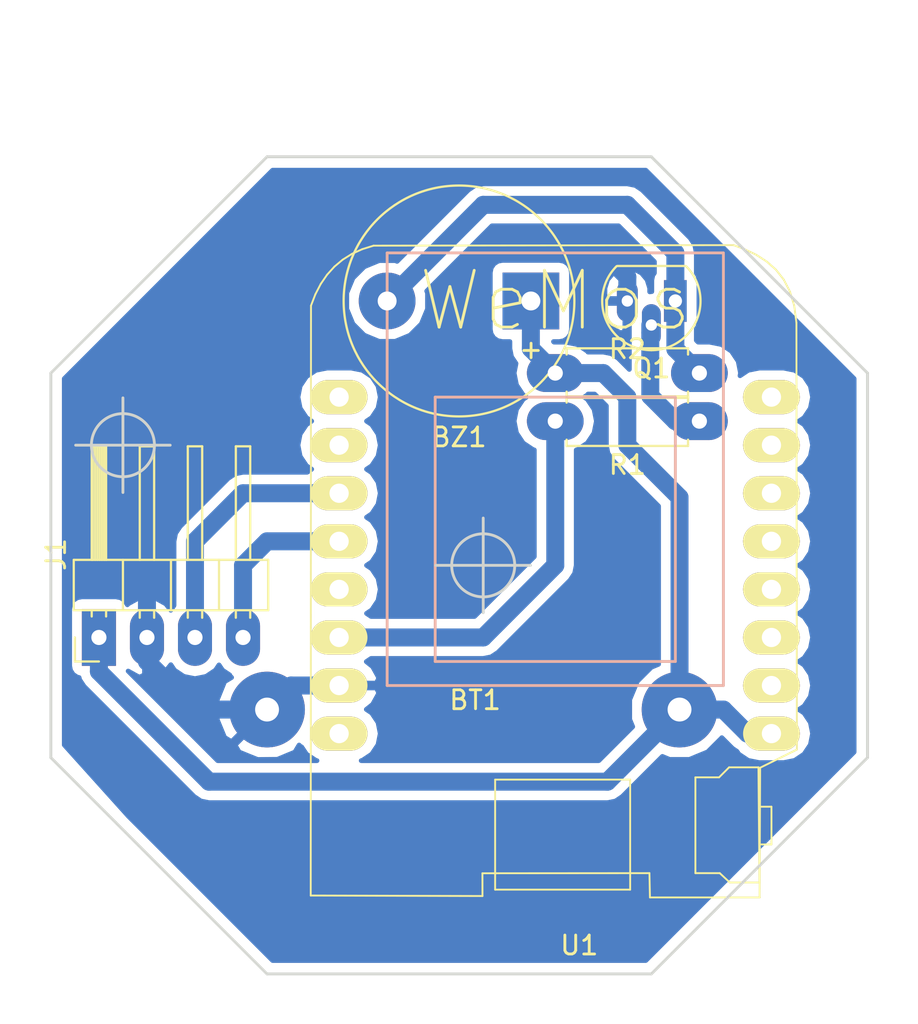
<source format=kicad_pcb>
(kicad_pcb (version 4) (host pcbnew 4.0.7+dfsg1-1ubuntu2)

  (general
    (links 13)
    (no_connects 0)
    (area 159.919999 27.78 208.380001 81.380001)
    (thickness 1.6)
    (drawings 18)
    (tracks 54)
    (zones 0)
    (modules 7)
    (nets 19)
  )

  (page A4)
  (title_block
    (title "Mainboard Coheteria")
    (date 2019-10-20)
    (rev 1)
    (company CdR)
  )

  (layers
    (0 F.Cu signal)
    (31 B.Cu signal)
    (32 B.Adhes user)
    (33 F.Adhes user)
    (34 B.Paste user)
    (35 F.Paste user)
    (36 B.SilkS user)
    (37 F.SilkS user)
    (38 B.Mask user)
    (39 F.Mask user)
    (40 Dwgs.User user)
    (41 Cmts.User user)
    (42 Eco1.User user)
    (43 Eco2.User user)
    (44 Edge.Cuts user)
    (45 Margin user)
    (46 B.CrtYd user)
    (47 F.CrtYd user)
    (48 B.Fab user)
    (49 F.Fab user)
  )

  (setup
    (last_trace_width 0.95)
    (trace_clearance 0.25)
    (zone_clearance 0.508)
    (zone_45_only no)
    (trace_min 0.2)
    (segment_width 0.2)
    (edge_width 0.15)
    (via_size 0.6)
    (via_drill 0.4)
    (via_min_size 0.4)
    (via_min_drill 0.3)
    (uvia_size 0.3)
    (uvia_drill 0.1)
    (uvias_allowed no)
    (uvia_min_size 0.2)
    (uvia_min_drill 0.1)
    (pcb_text_width 0.3)
    (pcb_text_size 1.5 1.5)
    (mod_edge_width 0.15)
    (mod_text_size 1 1)
    (mod_text_width 0.15)
    (pad_size 3 2)
    (pad_drill 0.8)
    (pad_to_mask_clearance 0.2)
    (aux_axis_origin 0 0)
    (visible_elements FFFFFF7F)
    (pcbplotparams
      (layerselection 0x00030_80000001)
      (usegerberextensions false)
      (excludeedgelayer true)
      (linewidth 0.100000)
      (plotframeref false)
      (viasonmask false)
      (mode 1)
      (useauxorigin false)
      (hpglpennumber 1)
      (hpglpenspeed 20)
      (hpglpendiameter 15)
      (hpglpenoverlay 2)
      (psnegative false)
      (psa4output false)
      (plotreference true)
      (plotvalue true)
      (plotinvisibletext false)
      (padsonsilk false)
      (subtractmaskfromsilk false)
      (outputformat 1)
      (mirror false)
      (drillshape 1)
      (scaleselection 1)
      (outputdirectory ./PCB_print))
  )

  (net 0 "")
  (net 1 3v3)
  (net 2 GND)
  (net 3 "Net-(BZ1-Pad2)")
  (net 4 SCL)
  (net 5 SDA)
  (net 6 "Net-(Q1-Pad2)")
  (net 7 Buzzer)
  (net 8 "Net-(U1-Pad8)")
  (net 9 "Net-(U1-Pad7)")
  (net 10 "Net-(U1-Pad4)")
  (net 11 "Net-(U1-Pad1)")
  (net 12 "Net-(U1-Pad15)")
  (net 13 "Net-(U1-Pad14)")
  (net 14 "Net-(U1-Pad13)")
  (net 15 "Net-(U1-Pad12)")
  (net 16 "Net-(U1-Pad11)")
  (net 17 "Net-(U1-Pad10)")
  (net 18 "Net-(U1-Pad9)")

  (net_class Default "Esta es la clase de red por defecto."
    (clearance 0.25)
    (trace_width 0.95)
    (via_dia 0.6)
    (via_drill 0.4)
    (uvia_dia 0.3)
    (uvia_drill 0.1)
    (add_net 3v3)
    (add_net Buzzer)
    (add_net GND)
    (add_net "Net-(BZ1-Pad2)")
    (add_net "Net-(Q1-Pad2)")
    (add_net "Net-(U1-Pad1)")
    (add_net "Net-(U1-Pad10)")
    (add_net "Net-(U1-Pad11)")
    (add_net "Net-(U1-Pad12)")
    (add_net "Net-(U1-Pad13)")
    (add_net "Net-(U1-Pad14)")
    (add_net "Net-(U1-Pad15)")
    (add_net "Net-(U1-Pad4)")
    (add_net "Net-(U1-Pad7)")
    (add_net "Net-(U1-Pad8)")
    (add_net "Net-(U1-Pad9)")
    (add_net SCL)
    (add_net SDA)
  )

  (module Componentes:Holder2032 (layer F.Cu) (tedit 5DACDAEA) (tstamp 5DACD71E)
    (at 184.99 64.77 180)
    (path /5DADB579)
    (fp_text reference BT1 (at 0 0.5 180) (layer F.SilkS)
      (effects (font (size 1 1) (thickness 0.15)))
    )
    (fp_text value Battery_Cell (at 0 -0.5 180) (layer F.Fab)
      (effects (font (size 1 1) (thickness 0.15)))
    )
    (fp_circle (center 0 0) (end -7.62 0) (layer B.Mask) (width 0.15))
    (pad 1 thru_hole circle (at -10.81 0 180) (size 4 4) (drill 1.262) (layers *.Cu *.Mask)
      (net 1 3v3))
    (pad 2 thru_hole circle (at 11 0 180) (size 4 4) (drill 1.262) (layers *.Cu *.Mask)
      (net 2 GND))
  )

  (module Buzzers_Beepers:Buzzer_12x9.5RM7.6 (layer F.Cu) (tedit 5DACDAC5) (tstamp 5DACD724)
    (at 187.94 43.18 180)
    (descr "Generic Buzzer, D12mm height 9.5mm with RM7.6mm")
    (tags buzzer)
    (path /5DAD1C13)
    (fp_text reference BZ1 (at 3.8 -7.2 180) (layer F.SilkS)
      (effects (font (size 1 1) (thickness 0.15)))
    )
    (fp_text value Buzzer (at 3.8 7.4 180) (layer F.Fab)
      (effects (font (size 1 1) (thickness 0.15)))
    )
    (fp_text user + (at -0.01 -2.54 180) (layer F.Fab)
      (effects (font (size 1 1) (thickness 0.15)))
    )
    (fp_text user + (at -0.01 -2.54 180) (layer F.SilkS)
      (effects (font (size 1 1) (thickness 0.15)))
    )
    (fp_text user %R (at 3.8 -4 180) (layer F.Fab)
      (effects (font (size 1 1) (thickness 0.15)))
    )
    (fp_circle (center 3.8 0) (end 10.05 0) (layer F.CrtYd) (width 0.05))
    (fp_circle (center 3.8 0) (end 9.8 0) (layer F.Fab) (width 0.1))
    (fp_circle (center 3.8 0) (end 4.8 0) (layer F.Fab) (width 0.1))
    (fp_circle (center 3.8 0) (end 9.9 0) (layer F.SilkS) (width 0.12))
    (pad 1 thru_hole rect (at 0 0 180) (size 3 3) (drill 1) (layers *.Cu *.Mask)
      (net 1 3v3))
    (pad 2 thru_hole circle (at 7.6 0 180) (size 3 3) (drill 1) (layers *.Cu *.Mask)
      (net 3 "Net-(BZ1-Pad2)"))
    (model ${KISYS3DMOD}/Buzzers_Beepers.3dshapes/Buzzer_12x9.5RM7.6.wrl
      (at (xyz 0.15 0 0))
      (scale (xyz 4 4 4))
      (rotate (xyz 0 0 0))
    )
  )

  (module Pin_Headers:Pin_Header_Angled_1x04_Pitch2.54mm (layer F.Cu) (tedit 5DACDA20) (tstamp 5DACD72C)
    (at 165.1 60.96 90)
    (descr "Through hole angled pin header, 1x04, 2.54mm pitch, 6mm pin length, single row")
    (tags "Through hole angled pin header THT 1x04 2.54mm single row")
    (path /5DACB519)
    (fp_text reference J1 (at 4.385 -2.27 90) (layer F.SilkS)
      (effects (font (size 1 1) (thickness 0.15)))
    )
    (fp_text value Conn_01x04 (at 4.385 9.89 90) (layer F.Fab)
      (effects (font (size 1 1) (thickness 0.15)))
    )
    (fp_line (start 2.135 -1.27) (end 4.04 -1.27) (layer F.Fab) (width 0.1))
    (fp_line (start 4.04 -1.27) (end 4.04 8.89) (layer F.Fab) (width 0.1))
    (fp_line (start 4.04 8.89) (end 1.5 8.89) (layer F.Fab) (width 0.1))
    (fp_line (start 1.5 8.89) (end 1.5 -0.635) (layer F.Fab) (width 0.1))
    (fp_line (start 1.5 -0.635) (end 2.135 -1.27) (layer F.Fab) (width 0.1))
    (fp_line (start -0.32 -0.32) (end 1.5 -0.32) (layer F.Fab) (width 0.1))
    (fp_line (start -0.32 -0.32) (end -0.32 0.32) (layer F.Fab) (width 0.1))
    (fp_line (start -0.32 0.32) (end 1.5 0.32) (layer F.Fab) (width 0.1))
    (fp_line (start 4.04 -0.32) (end 10.04 -0.32) (layer F.Fab) (width 0.1))
    (fp_line (start 10.04 -0.32) (end 10.04 0.32) (layer F.Fab) (width 0.1))
    (fp_line (start 4.04 0.32) (end 10.04 0.32) (layer F.Fab) (width 0.1))
    (fp_line (start -0.32 2.22) (end 1.5 2.22) (layer F.Fab) (width 0.1))
    (fp_line (start -0.32 2.22) (end -0.32 2.86) (layer F.Fab) (width 0.1))
    (fp_line (start -0.32 2.86) (end 1.5 2.86) (layer F.Fab) (width 0.1))
    (fp_line (start 4.04 2.22) (end 10.04 2.22) (layer F.Fab) (width 0.1))
    (fp_line (start 10.04 2.22) (end 10.04 2.86) (layer F.Fab) (width 0.1))
    (fp_line (start 4.04 2.86) (end 10.04 2.86) (layer F.Fab) (width 0.1))
    (fp_line (start -0.32 4.76) (end 1.5 4.76) (layer F.Fab) (width 0.1))
    (fp_line (start -0.32 4.76) (end -0.32 5.4) (layer F.Fab) (width 0.1))
    (fp_line (start -0.32 5.4) (end 1.5 5.4) (layer F.Fab) (width 0.1))
    (fp_line (start 4.04 4.76) (end 10.04 4.76) (layer F.Fab) (width 0.1))
    (fp_line (start 10.04 4.76) (end 10.04 5.4) (layer F.Fab) (width 0.1))
    (fp_line (start 4.04 5.4) (end 10.04 5.4) (layer F.Fab) (width 0.1))
    (fp_line (start -0.32 7.3) (end 1.5 7.3) (layer F.Fab) (width 0.1))
    (fp_line (start -0.32 7.3) (end -0.32 7.94) (layer F.Fab) (width 0.1))
    (fp_line (start -0.32 7.94) (end 1.5 7.94) (layer F.Fab) (width 0.1))
    (fp_line (start 4.04 7.3) (end 10.04 7.3) (layer F.Fab) (width 0.1))
    (fp_line (start 10.04 7.3) (end 10.04 7.94) (layer F.Fab) (width 0.1))
    (fp_line (start 4.04 7.94) (end 10.04 7.94) (layer F.Fab) (width 0.1))
    (fp_line (start 1.44 -1.33) (end 1.44 8.95) (layer F.SilkS) (width 0.12))
    (fp_line (start 1.44 8.95) (end 4.1 8.95) (layer F.SilkS) (width 0.12))
    (fp_line (start 4.1 8.95) (end 4.1 -1.33) (layer F.SilkS) (width 0.12))
    (fp_line (start 4.1 -1.33) (end 1.44 -1.33) (layer F.SilkS) (width 0.12))
    (fp_line (start 4.1 -0.38) (end 10.1 -0.38) (layer F.SilkS) (width 0.12))
    (fp_line (start 10.1 -0.38) (end 10.1 0.38) (layer F.SilkS) (width 0.12))
    (fp_line (start 10.1 0.38) (end 4.1 0.38) (layer F.SilkS) (width 0.12))
    (fp_line (start 4.1 -0.32) (end 10.1 -0.32) (layer F.SilkS) (width 0.12))
    (fp_line (start 4.1 -0.2) (end 10.1 -0.2) (layer F.SilkS) (width 0.12))
    (fp_line (start 4.1 -0.08) (end 10.1 -0.08) (layer F.SilkS) (width 0.12))
    (fp_line (start 4.1 0.04) (end 10.1 0.04) (layer F.SilkS) (width 0.12))
    (fp_line (start 4.1 0.16) (end 10.1 0.16) (layer F.SilkS) (width 0.12))
    (fp_line (start 4.1 0.28) (end 10.1 0.28) (layer F.SilkS) (width 0.12))
    (fp_line (start 1.11 -0.38) (end 1.44 -0.38) (layer F.SilkS) (width 0.12))
    (fp_line (start 1.11 0.38) (end 1.44 0.38) (layer F.SilkS) (width 0.12))
    (fp_line (start 1.44 1.27) (end 4.1 1.27) (layer F.SilkS) (width 0.12))
    (fp_line (start 4.1 2.16) (end 10.1 2.16) (layer F.SilkS) (width 0.12))
    (fp_line (start 10.1 2.16) (end 10.1 2.92) (layer F.SilkS) (width 0.12))
    (fp_line (start 10.1 2.92) (end 4.1 2.92) (layer F.SilkS) (width 0.12))
    (fp_line (start 1.042929 2.16) (end 1.44 2.16) (layer F.SilkS) (width 0.12))
    (fp_line (start 1.042929 2.92) (end 1.44 2.92) (layer F.SilkS) (width 0.12))
    (fp_line (start 1.44 3.81) (end 4.1 3.81) (layer F.SilkS) (width 0.12))
    (fp_line (start 4.1 4.7) (end 10.1 4.7) (layer F.SilkS) (width 0.12))
    (fp_line (start 10.1 4.7) (end 10.1 5.46) (layer F.SilkS) (width 0.12))
    (fp_line (start 10.1 5.46) (end 4.1 5.46) (layer F.SilkS) (width 0.12))
    (fp_line (start 1.042929 4.7) (end 1.44 4.7) (layer F.SilkS) (width 0.12))
    (fp_line (start 1.042929 5.46) (end 1.44 5.46) (layer F.SilkS) (width 0.12))
    (fp_line (start 1.44 6.35) (end 4.1 6.35) (layer F.SilkS) (width 0.12))
    (fp_line (start 4.1 7.24) (end 10.1 7.24) (layer F.SilkS) (width 0.12))
    (fp_line (start 10.1 7.24) (end 10.1 8) (layer F.SilkS) (width 0.12))
    (fp_line (start 10.1 8) (end 4.1 8) (layer F.SilkS) (width 0.12))
    (fp_line (start 1.042929 7.24) (end 1.44 7.24) (layer F.SilkS) (width 0.12))
    (fp_line (start 1.042929 8) (end 1.44 8) (layer F.SilkS) (width 0.12))
    (fp_line (start -1.27 0) (end -1.27 -1.27) (layer F.SilkS) (width 0.12))
    (fp_line (start -1.27 -1.27) (end 0 -1.27) (layer F.SilkS) (width 0.12))
    (fp_line (start -1.8 -1.8) (end -1.8 9.4) (layer F.CrtYd) (width 0.05))
    (fp_line (start -1.8 9.4) (end 10.55 9.4) (layer F.CrtYd) (width 0.05))
    (fp_line (start 10.55 9.4) (end 10.55 -1.8) (layer F.CrtYd) (width 0.05))
    (fp_line (start 10.55 -1.8) (end -1.8 -1.8) (layer F.CrtYd) (width 0.05))
    (fp_text user %R (at 2.77 3.81 180) (layer F.Fab)
      (effects (font (size 1 1) (thickness 0.15)))
    )
    (pad 1 thru_hole rect (at 0 0 90) (size 3 1.8) (drill 0.8) (layers *.Cu *.Mask)
      (net 1 3v3))
    (pad 2 thru_hole oval (at 0 2.54 90) (size 3 1.8) (drill 0.8) (layers *.Cu *.Mask)
      (net 2 GND))
    (pad 3 thru_hole oval (at 0 5.08 90) (size 3 1.8) (drill 0.8) (layers *.Cu *.Mask)
      (net 4 SCL))
    (pad 4 thru_hole oval (at 0 7.62 90) (size 3 1.8) (drill 0.8) (layers *.Cu *.Mask)
      (net 5 SDA))
    (model ${KISYS3DMOD}/Pin_Headers.3dshapes/Pin_Header_Angled_1x04_Pitch2.54mm.wrl
      (at (xyz 0 0 0))
      (scale (xyz 1 1 1))
      (rotate (xyz 0 0 0))
    )
  )

  (module TO_SOT_Packages_THT:TO-92_Molded_Narrow (layer F.Cu) (tedit 5DACDAA9) (tstamp 5DACD733)
    (at 195.58 43.18 180)
    (descr "TO-92 leads molded, narrow, drill 0.6mm (see NXP sot054_po.pdf)")
    (tags "to-92 sc-43 sc-43a sot54 PA33 transistor")
    (path /5DACFE2E)
    (fp_text reference Q1 (at 1.27 -3.56 180) (layer F.SilkS)
      (effects (font (size 1 1) (thickness 0.15)))
    )
    (fp_text value BC548 (at 1.27 2.79 180) (layer F.Fab)
      (effects (font (size 1 1) (thickness 0.15)))
    )
    (fp_text user %R (at 1.27 -3.56 180) (layer F.Fab)
      (effects (font (size 1 1) (thickness 0.15)))
    )
    (fp_line (start -0.53 1.85) (end 3.07 1.85) (layer F.SilkS) (width 0.12))
    (fp_line (start -0.5 1.75) (end 3 1.75) (layer F.Fab) (width 0.1))
    (fp_line (start -1.46 -2.73) (end 4 -2.73) (layer F.CrtYd) (width 0.05))
    (fp_line (start -1.46 -2.73) (end -1.46 2.01) (layer F.CrtYd) (width 0.05))
    (fp_line (start 4 2.01) (end 4 -2.73) (layer F.CrtYd) (width 0.05))
    (fp_line (start 4 2.01) (end -1.46 2.01) (layer F.CrtYd) (width 0.05))
    (fp_arc (start 1.27 0) (end 1.27 -2.48) (angle 135) (layer F.Fab) (width 0.1))
    (fp_arc (start 1.27 0) (end 1.27 -2.6) (angle -135) (layer F.SilkS) (width 0.12))
    (fp_arc (start 1.27 0) (end 1.27 -2.48) (angle -135) (layer F.Fab) (width 0.1))
    (fp_arc (start 1.27 0) (end 1.27 -2.6) (angle 135) (layer F.SilkS) (width 0.12))
    (pad 2 thru_hole oval (at 1.27 -1.27 270) (size 2.2 1) (drill 0.6) (layers *.Cu *.Mask)
      (net 6 "Net-(Q1-Pad2)"))
    (pad 3 thru_hole oval (at 2.54 0 270) (size 2.2 1.1) (drill 0.6) (layers *.Cu *.Mask)
      (net 2 GND))
    (pad 1 thru_hole rect (at 0 0 270) (size 2.2 1.2) (drill 0.7) (layers *.Cu *.Mask)
      (net 3 "Net-(BZ1-Pad2)"))
    (model ${KISYS3DMOD}/TO_SOT_Packages_THT.3dshapes/TO-92_Molded_Narrow.wrl
      (at (xyz 0.05 0 0))
      (scale (xyz 1 1 1))
      (rotate (xyz 0 0 -90))
    )
  )

  (module Resistors_THT:R_Axial_DIN0207_L6.3mm_D2.5mm_P7.62mm_Horizontal (layer F.Cu) (tedit 5DACDF63) (tstamp 5DACD739)
    (at 196.85 49.53 180)
    (descr "Resistor, Axial_DIN0207 series, Axial, Horizontal, pin pitch=7.62mm, 0.25W = 1/4W, length*diameter=6.3*2.5mm^2, http://cdn-reichelt.de/documents/datenblatt/B400/1_4W%23YAG.pdf")
    (tags "Resistor Axial_DIN0207 series Axial Horizontal pin pitch 7.62mm 0.25W = 1/4W length 6.3mm diameter 2.5mm")
    (path /5DAD005C)
    (fp_text reference R1 (at 3.81 -2.31 180) (layer F.SilkS)
      (effects (font (size 1 1) (thickness 0.15)))
    )
    (fp_text value 10k (at 3.81 2.31 180) (layer F.Fab)
      (effects (font (size 1 1) (thickness 0.15)))
    )
    (fp_line (start 0.66 -1.25) (end 0.66 1.25) (layer F.Fab) (width 0.1))
    (fp_line (start 0.66 1.25) (end 6.96 1.25) (layer F.Fab) (width 0.1))
    (fp_line (start 6.96 1.25) (end 6.96 -1.25) (layer F.Fab) (width 0.1))
    (fp_line (start 6.96 -1.25) (end 0.66 -1.25) (layer F.Fab) (width 0.1))
    (fp_line (start 0 0) (end 0.66 0) (layer F.Fab) (width 0.1))
    (fp_line (start 7.62 0) (end 6.96 0) (layer F.Fab) (width 0.1))
    (fp_line (start 0.6 -0.98) (end 0.6 -1.31) (layer F.SilkS) (width 0.12))
    (fp_line (start 0.6 -1.31) (end 7.02 -1.31) (layer F.SilkS) (width 0.12))
    (fp_line (start 7.02 -1.31) (end 7.02 -0.98) (layer F.SilkS) (width 0.12))
    (fp_line (start 0.6 0.98) (end 0.6 1.31) (layer F.SilkS) (width 0.12))
    (fp_line (start 0.6 1.31) (end 7.02 1.31) (layer F.SilkS) (width 0.12))
    (fp_line (start 7.02 1.31) (end 7.02 0.98) (layer F.SilkS) (width 0.12))
    (fp_line (start -1.05 -1.6) (end -1.05 1.6) (layer F.CrtYd) (width 0.05))
    (fp_line (start -1.05 1.6) (end 8.7 1.6) (layer F.CrtYd) (width 0.05))
    (fp_line (start 8.7 1.6) (end 8.7 -1.6) (layer F.CrtYd) (width 0.05))
    (fp_line (start 8.7 -1.6) (end -1.05 -1.6) (layer F.CrtYd) (width 0.05))
    (pad 1 thru_hole oval (at 0 0 180) (size 3 2) (drill 0.8) (layers *.Cu *.Mask)
      (net 6 "Net-(Q1-Pad2)"))
    (pad 2 thru_hole oval (at 7.62 0 180) (size 3 2) (drill 0.8) (layers *.Cu *.Mask)
      (net 7 Buzzer))
    (model ${KISYS3DMOD}/Resistors_THT.3dshapes/R_Axial_DIN0207_L6.3mm_D2.5mm_P7.62mm_Horizontal.wrl
      (at (xyz 0 0 0))
      (scale (xyz 0.393701 0.393701 0.393701))
      (rotate (xyz 0 0 0))
    )
  )

  (module Resistors_THT:R_Axial_DIN0207_L6.3mm_D2.5mm_P7.62mm_Horizontal (layer F.Cu) (tedit 5DACDF54) (tstamp 5DACD73F)
    (at 189.23 46.99)
    (descr "Resistor, Axial_DIN0207 series, Axial, Horizontal, pin pitch=7.62mm, 0.25W = 1/4W, length*diameter=6.3*2.5mm^2, http://cdn-reichelt.de/documents/datenblatt/B400/1_4W%23YAG.pdf")
    (tags "Resistor Axial_DIN0207 series Axial Horizontal pin pitch 7.62mm 0.25W = 1/4W length 6.3mm diameter 2.5mm")
    (path /5DAD510F)
    (fp_text reference R2 (at 3.81 -1.27) (layer F.SilkS)
      (effects (font (size 1 1) (thickness 0.15)))
    )
    (fp_text value 10k (at 3.81 2.31) (layer F.Fab)
      (effects (font (size 1 1) (thickness 0.15)))
    )
    (fp_line (start 0.66 -1.25) (end 0.66 1.25) (layer F.Fab) (width 0.1))
    (fp_line (start 0.66 1.25) (end 6.96 1.25) (layer F.Fab) (width 0.1))
    (fp_line (start 6.96 1.25) (end 6.96 -1.25) (layer F.Fab) (width 0.1))
    (fp_line (start 6.96 -1.25) (end 0.66 -1.25) (layer F.Fab) (width 0.1))
    (fp_line (start 0 0) (end 0.66 0) (layer F.Fab) (width 0.1))
    (fp_line (start 7.62 0) (end 6.96 0) (layer F.Fab) (width 0.1))
    (fp_line (start 0.6 -0.98) (end 0.6 -1.31) (layer F.SilkS) (width 0.12))
    (fp_line (start 0.6 -1.31) (end 7.02 -1.31) (layer F.SilkS) (width 0.12))
    (fp_line (start 7.02 -1.31) (end 7.02 -0.98) (layer F.SilkS) (width 0.12))
    (fp_line (start 0.6 0.98) (end 0.6 1.31) (layer F.SilkS) (width 0.12))
    (fp_line (start 0.6 1.31) (end 7.02 1.31) (layer F.SilkS) (width 0.12))
    (fp_line (start 7.02 1.31) (end 7.02 0.98) (layer F.SilkS) (width 0.12))
    (fp_line (start -1.05 -1.6) (end -1.05 1.6) (layer F.CrtYd) (width 0.05))
    (fp_line (start -1.05 1.6) (end 8.7 1.6) (layer F.CrtYd) (width 0.05))
    (fp_line (start 8.7 1.6) (end 8.7 -1.6) (layer F.CrtYd) (width 0.05))
    (fp_line (start 8.7 -1.6) (end -1.05 -1.6) (layer F.CrtYd) (width 0.05))
    (pad 1 thru_hole oval (at 0 0) (size 3 2) (drill 0.8) (layers *.Cu *.Mask)
      (net 1 3v3))
    (pad 2 thru_hole oval (at 7.62 0) (size 3 2) (drill 0.8) (layers *.Cu *.Mask)
      (net 3 "Net-(BZ1-Pad2)"))
    (model ${KISYS3DMOD}/Resistors_THT.3dshapes/R_Axial_DIN0207_L6.3mm_D2.5mm_P7.62mm_Horizontal.wrl
      (at (xyz 0 0 0))
      (scale (xyz 0.393701 0.393701 0.393701))
      (rotate (xyz 0 0 0))
    )
  )

  (module wemos_d1_mini:D1_mini_board (layer F.Cu) (tedit 5DACDF1A) (tstamp 5DACD753)
    (at 189.23 58.42)
    (path /5DACB3F6)
    (fp_text reference U1 (at 1.27 18.81) (layer F.SilkS)
      (effects (font (size 1 1) (thickness 0.15)))
    )
    (fp_text value WeMos_mini (at -1.27 -15.24) (layer F.Fab)
      (effects (font (size 1 1) (thickness 0.15)))
    )
    (fp_text user WeMos (at 0 -15.24) (layer F.SilkS)
      (effects (font (size 3 3) (thickness 0.15)))
    )
    (fp_line (start -6.35 3.81) (end -6.35 -10.16) (layer B.SilkS) (width 0.15))
    (fp_line (start -6.35 -10.16) (end 6.35 -10.16) (layer B.SilkS) (width 0.15))
    (fp_line (start 6.35 -10.16) (end 6.35 3.81) (layer B.SilkS) (width 0.15))
    (fp_line (start 6.35 3.81) (end -6.35 3.81) (layer B.SilkS) (width 0.15))
    (fp_line (start -8.89 5.08) (end 8.89 5.08) (layer B.SilkS) (width 0.15))
    (fp_line (start 8.89 5.08) (end 8.89 -17.78) (layer B.SilkS) (width 0.15))
    (fp_line (start 8.89 -17.78) (end -8.89 -17.78) (layer B.SilkS) (width 0.15))
    (fp_line (start -8.89 -17.78) (end -8.89 5.08) (layer B.SilkS) (width 0.15))
    (fp_line (start 10.817472 16.277228) (end 5.00618 16.277228) (layer F.SilkS) (width 0.1))
    (fp_line (start 5.00618 16.277228) (end 4.979849 14.993795) (layer F.SilkS) (width 0.1))
    (fp_line (start 4.979849 14.993795) (end -3.851373 15.000483) (layer F.SilkS) (width 0.1))
    (fp_line (start -3.851373 15.000483) (end -3.849397 16.202736) (layer F.SilkS) (width 0.1))
    (fp_line (start -3.849397 16.202736) (end -12.930193 16.176658) (layer F.SilkS) (width 0.1))
    (fp_line (start -12.930193 16.176658) (end -12.916195 -14.993493) (layer F.SilkS) (width 0.1))
    (fp_line (start -12.916195 -14.993493) (end -12.683384 -15.596286) (layer F.SilkS) (width 0.1))
    (fp_line (start -12.683384 -15.596286) (end -12.399901 -16.141167) (layer F.SilkS) (width 0.1))
    (fp_line (start -12.399901 -16.141167) (end -12.065253 -16.627577) (layer F.SilkS) (width 0.1))
    (fp_line (start -12.065253 -16.627577) (end -11.678953 -17.054952) (layer F.SilkS) (width 0.1))
    (fp_line (start -11.678953 -17.054952) (end -11.240512 -17.422741) (layer F.SilkS) (width 0.1))
    (fp_line (start -11.240512 -17.422741) (end -10.74944 -17.730377) (layer F.SilkS) (width 0.1))
    (fp_line (start -10.74944 -17.730377) (end -10.20525 -17.97731) (layer F.SilkS) (width 0.1))
    (fp_line (start -10.20525 -17.97731) (end -9.607453 -18.162976) (layer F.SilkS) (width 0.1))
    (fp_line (start -9.607453 -18.162976) (end 9.43046 -18.191734) (layer F.SilkS) (width 0.1))
    (fp_line (start 9.43046 -18.191734) (end 10.049824 -17.957741) (layer F.SilkS) (width 0.1))
    (fp_line (start 10.049824 -17.957741) (end 10.638018 -17.673258) (layer F.SilkS) (width 0.1))
    (fp_line (start 10.638018 -17.673258) (end 11.181445 -17.323743) (layer F.SilkS) (width 0.1))
    (fp_line (start 11.181445 -17.323743) (end 11.666503 -16.894658) (layer F.SilkS) (width 0.1))
    (fp_line (start 11.666503 -16.894658) (end 12.079595 -16.37146) (layer F.SilkS) (width 0.1))
    (fp_line (start 12.079595 -16.37146) (end 12.407122 -15.739613) (layer F.SilkS) (width 0.1))
    (fp_line (start 12.407122 -15.739613) (end 12.635482 -14.984575) (layer F.SilkS) (width 0.1))
    (fp_line (start 12.635482 -14.984575) (end 12.751078 -14.091807) (layer F.SilkS) (width 0.1))
    (fp_line (start 12.751078 -14.091807) (end 12.776026 8.463285) (layer F.SilkS) (width 0.1))
    (fp_line (start 12.776026 8.463285) (end 10.83248 9.424181) (layer F.SilkS) (width 0.1))
    (fp_line (start 10.83248 9.424181) (end 10.802686 16.232524) (layer F.SilkS) (width 0.1))
    (fp_line (start -3.17965 10.051451) (end 3.959931 10.051451) (layer F.SilkS) (width 0.1))
    (fp_line (start 3.959931 10.051451) (end 3.959931 15.865188) (layer F.SilkS) (width 0.1))
    (fp_line (start 3.959931 15.865188) (end -3.17965 15.865188) (layer F.SilkS) (width 0.1))
    (fp_line (start -3.17965 15.865188) (end -3.17965 10.051451) (layer F.SilkS) (width 0.1))
    (fp_line (start 10.7436 9.402349) (end 9.191378 9.402349) (layer F.SilkS) (width 0.1))
    (fp_line (start 9.191378 9.402349) (end 8.662211 9.931515) (layer F.SilkS) (width 0.1))
    (fp_line (start 8.662211 9.931515) (end 7.40985 9.931515) (layer F.SilkS) (width 0.1))
    (fp_line (start 7.40985 9.931515) (end 7.40985 14.993876) (layer F.SilkS) (width 0.1))
    (fp_line (start 7.40985 14.993876) (end 8.697489 14.993876) (layer F.SilkS) (width 0.1))
    (fp_line (start 8.697489 14.993876) (end 9.226656 15.487765) (layer F.SilkS) (width 0.1))
    (fp_line (start 9.226656 15.487765) (end 10.796517 15.487765) (layer F.SilkS) (width 0.1))
    (fp_line (start 10.796517 15.487765) (end 10.7436 9.402349) (layer F.SilkS) (width 0.1))
    (fp_line (start 10.778878 11.483738) (end 11.431517 11.483738) (layer F.SilkS) (width 0.1))
    (fp_line (start 11.431517 11.483738) (end 11.431517 13.476932) (layer F.SilkS) (width 0.1))
    (fp_line (start 11.431517 13.476932) (end 10.814156 13.476932) (layer F.SilkS) (width 0.1))
    (pad 8 thru_hole oval (at -11.43 -10.16) (size 3 1.8) (drill 1.016) (layers *.Cu *.Mask F.SilkS)
      (net 8 "Net-(U1-Pad8)"))
    (pad 7 thru_hole oval (at -11.43 -7.62) (size 3 1.8) (drill 1.016) (layers *.Cu *.Mask F.SilkS)
      (net 9 "Net-(U1-Pad7)"))
    (pad 6 thru_hole oval (at -11.43 -5.08) (size 3 1.8) (drill 1.016) (layers *.Cu *.Mask F.SilkS)
      (net 4 SCL))
    (pad 5 thru_hole oval (at -11.43 -2.54) (size 3 1.8) (drill 1.016) (layers *.Cu *.Mask F.SilkS)
      (net 5 SDA))
    (pad 4 thru_hole oval (at -11.43 0) (size 3 1.8) (drill 1.016) (layers *.Cu *.Mask F.SilkS)
      (net 10 "Net-(U1-Pad4)"))
    (pad 3 thru_hole oval (at -11.43 2.54) (size 3 1.8) (drill 1.016) (layers *.Cu *.Mask F.SilkS)
      (net 7 Buzzer))
    (pad 2 thru_hole oval (at -11.43 5.08) (size 3 1.8) (drill 1.016) (layers *.Cu *.Mask F.SilkS)
      (net 2 GND))
    (pad 1 thru_hole oval (at -11.43 7.62) (size 3 1.8) (drill 1.016) (layers *.Cu *.Mask F.SilkS)
      (net 11 "Net-(U1-Pad1)"))
    (pad 16 thru_hole oval (at 11.43 7.62) (size 3 1.8) (drill 1.016) (layers *.Cu *.Mask F.SilkS)
      (net 1 3v3))
    (pad 15 thru_hole oval (at 11.43 5.08) (size 3 1.8) (drill 1.016) (layers *.Cu *.Mask F.SilkS)
      (net 12 "Net-(U1-Pad15)"))
    (pad 14 thru_hole oval (at 11.43 2.54) (size 3 1.8) (drill 1.016) (layers *.Cu *.Mask F.SilkS)
      (net 13 "Net-(U1-Pad14)"))
    (pad 13 thru_hole oval (at 11.43 0) (size 3 1.8) (drill 1.016) (layers *.Cu *.Mask F.SilkS)
      (net 14 "Net-(U1-Pad13)"))
    (pad 12 thru_hole oval (at 11.43 -2.54) (size 3 1.8) (drill 1.016) (layers *.Cu *.Mask F.SilkS)
      (net 15 "Net-(U1-Pad12)"))
    (pad 11 thru_hole oval (at 11.43 -5.08) (size 3 1.8) (drill 1.016) (layers *.Cu *.Mask F.SilkS)
      (net 16 "Net-(U1-Pad11)"))
    (pad 10 thru_hole oval (at 11.43 -7.62) (size 3 1.8) (drill 1.016) (layers *.Cu *.Mask F.SilkS)
      (net 17 "Net-(U1-Pad10)"))
    (pad 9 thru_hole oval (at 11.43 -10.16) (size 3 1.8) (drill 1.016) (layers *.Cu *.Mask F.SilkS)
      (net 18 "Net-(U1-Pad9)"))
  )

  (target plus (at 185.42 57.15) (size 5) (width 0.15) (layer Edge.Cuts) (tstamp 5DACDBB4))
  (target plus (at 166.37 50.8) (size 5) (width 0.15) (layer Edge.Cuts))
  (gr_line (start 194.31 35.56) (end 205.74 46.99) (layer Edge.Cuts) (width 0.15))
  (gr_line (start 173.99 35.56) (end 194.31 35.56) (layer Edge.Cuts) (width 0.15))
  (gr_line (start 162.56 46.99) (end 173.99 35.56) (layer Edge.Cuts) (width 0.15))
  (gr_line (start 162.56 67.31) (end 162.56 46.99) (layer Edge.Cuts) (width 0.15))
  (gr_line (start 173.99 78.74) (end 162.56 67.31) (layer Edge.Cuts) (width 0.15))
  (gr_line (start 194.31 78.74) (end 173.99 78.74) (layer Edge.Cuts) (width 0.15))
  (gr_line (start 205.74 67.31) (end 194.31 78.74) (layer Edge.Cuts) (width 0.15))
  (gr_line (start 205.74 46.99) (end 205.74 67.31) (layer Edge.Cuts) (width 0.15))
  (gr_circle (center 187.96 64.77) (end 173.99 64.77) (layer B.Mask) (width 0.2))
  (gr_circle (center 184.15 57.15) (end 208.28 57.15) (layer Eco1.User) (width 0.2))
  (dimension 48.26 (width 0.3) (layer Eco1.User)
    (gr_text 48,260mm (at 184.15 29.13) (layer Eco1.User)
      (effects (font (size 1.5 1.5) (thickness 0.3)))
    )
    (feature1 (pts (xy 160.02 57.15) (xy 160.02 27.78)))
    (feature2 (pts (xy 208.28 57.15) (xy 208.28 27.78)))
    (crossbar (pts (xy 208.28 30.48) (xy 160.02 30.48)))
    (arrow1a (pts (xy 160.02 30.48) (xy 161.146504 29.893579)))
    (arrow1b (pts (xy 160.02 30.48) (xy 161.146504 31.066421)))
    (arrow2a (pts (xy 208.28 30.48) (xy 207.153496 29.893579)))
    (arrow2b (pts (xy 208.28 30.48) (xy 207.153496 31.066421)))
  )
  (gr_circle (center 166.37 50.8) (end 165.1 50.8) (layer Eco2.User) (width 0.2))
  (gr_line (start 163.83 48.26) (end 163.83 62.23) (layer Eco2.User) (width 0.2))
  (gr_line (start 173.99 48.26) (end 163.83 48.26) (layer Eco2.User) (width 0.2))
  (gr_line (start 173.99 62.23) (end 173.99 48.26) (layer Eco2.User) (width 0.2))
  (gr_line (start 163.83 62.23) (end 173.99 62.23) (layer Eco2.User) (width 0.2))

  (segment (start 193.04 50.8) (end 195.8 53.56) (width 0.95) (layer B.Cu) (net 1))
  (segment (start 193.04 48.26) (end 193.04 50.8) (width 0.95) (layer B.Cu) (net 1))
  (segment (start 191.77 46.99) (end 193.04 48.26) (width 0.95) (layer B.Cu) (net 1))
  (segment (start 189.23 46.99) (end 191.77 46.99) (width 0.95) (layer B.Cu) (net 1))
  (segment (start 199.39 66.04) (end 200.66 66.04) (width 0.95) (layer B.Cu) (net 1))
  (segment (start 198.12 64.77) (end 199.39 66.04) (width 0.95) (layer B.Cu) (net 1))
  (segment (start 195.8 64.77) (end 198.12 64.77) (width 0.95) (layer B.Cu) (net 1))
  (segment (start 195.8 53.56) (end 195.8 64.77) (width 0.95) (layer B.Cu) (net 1))
  (segment (start 187.94 43.18) (end 187.94 45.7) (width 0.95) (layer B.Cu) (net 1) (status 10))
  (segment (start 187.94 45.7) (end 189.23 46.99) (width 0.95) (layer B.Cu) (net 1) (status 20))
  (segment (start 170.92 68.58) (end 191.99 68.58) (width 0.95) (layer B.Cu) (net 1))
  (segment (start 191.99 68.58) (end 194.538001 66.031999) (width 0.95) (layer B.Cu) (net 1) (status 20))
  (segment (start 194.538001 66.031999) (end 195.8 64.77) (width 0.95) (layer B.Cu) (net 1) (status 30))
  (segment (start 165.1 60.96) (end 165.1 62.76) (width 0.95) (layer B.Cu) (net 1) (status 10))
  (segment (start 165.1 62.76) (end 170.92 68.58) (width 0.95) (layer B.Cu) (net 1))
  (segment (start 187.94 43.18) (end 187.94 44.43) (width 0.95) (layer B.Cu) (net 1) (status 30))
  (segment (start 167.64 60.96) (end 167.64 54.61) (width 0.95) (layer B.Cu) (net 2))
  (segment (start 175.26 45.72) (end 182.88 45.72) (width 0.95) (layer B.Cu) (net 2))
  (segment (start 167.64 54.61) (end 170.18 52.07) (width 0.95) (layer B.Cu) (net 2))
  (segment (start 184.15 44.45) (end 184.15 41.923002) (width 0.95) (layer B.Cu) (net 2))
  (segment (start 170.18 52.07) (end 170.18 50.8) (width 0.95) (layer B.Cu) (net 2))
  (segment (start 170.18 50.8) (end 175.26 45.72) (width 0.95) (layer B.Cu) (net 2))
  (segment (start 182.88 45.72) (end 184.15 44.45) (width 0.95) (layer B.Cu) (net 2))
  (segment (start 184.15 41.923002) (end 184.605001 41.468001) (width 0.95) (layer B.Cu) (net 2))
  (segment (start 185.42 40.64) (end 185.42 40.653002) (width 0.95) (layer B.Cu) (net 2))
  (segment (start 185.42 40.653002) (end 184.605001 41.468001) (width 0.95) (layer B.Cu) (net 2))
  (segment (start 191.77 40.64) (end 185.42 40.64) (width 0.95) (layer B.Cu) (net 2))
  (segment (start 193.04 41.91) (end 191.77 40.64) (width 0.95) (layer B.Cu) (net 2))
  (segment (start 193.04 43.18) (end 193.04 41.91) (width 0.95) (layer B.Cu) (net 2))
  (segment (start 184.605001 41.468001) (end 184.605001 41.454999) (width 0.95) (layer B.Cu) (net 2))
  (segment (start 167.64 62.23) (end 170.18 64.77) (width 0.95) (layer B.Cu) (net 2) (status 10))
  (segment (start 170.18 64.77) (end 173.99 64.77) (width 0.95) (layer B.Cu) (net 2) (status 20))
  (segment (start 167.64 60.96) (end 167.64 62.23) (width 0.95) (layer B.Cu) (net 2) (status 30))
  (segment (start 175.26 63.5) (end 177.8 63.5) (width 0.95) (layer B.Cu) (net 2) (status 30))
  (segment (start 173.99 64.77) (end 175.26 63.5) (width 0.95) (layer B.Cu) (net 2) (status 30))
  (segment (start 180.34 43.18) (end 185.42 38.1) (width 0.95) (layer B.Cu) (net 3))
  (segment (start 185.42 38.1) (end 193.04 38.1) (width 0.95) (layer B.Cu) (net 3))
  (segment (start 193.04 38.1) (end 195.58 40.64) (width 0.95) (layer B.Cu) (net 3))
  (segment (start 195.58 40.64) (end 195.58 43.18) (width 0.95) (layer B.Cu) (net 3))
  (segment (start 195.58 45.72) (end 195.58 43.18) (width 0.95) (layer B.Cu) (net 3))
  (segment (start 196.85 46.99) (end 195.58 45.72) (width 0.95) (layer B.Cu) (net 3))
  (segment (start 172.72 53.34) (end 177.8 53.34) (width 0.95) (layer B.Cu) (net 4) (status 20))
  (segment (start 170.18 55.88) (end 172.72 53.34) (width 0.95) (layer B.Cu) (net 4))
  (segment (start 170.18 60.96) (end 170.18 55.88) (width 0.95) (layer B.Cu) (net 4) (status 10))
  (segment (start 177.8 55.88) (end 173.99 55.88) (width 0.95) (layer B.Cu) (net 5) (status 10))
  (segment (start 173.99 55.88) (end 172.72 57.15) (width 0.95) (layer B.Cu) (net 5))
  (segment (start 172.72 57.15) (end 172.72 60.96) (width 0.95) (layer B.Cu) (net 5) (status 20))
  (segment (start 195.58 49.53) (end 194.254999 48.204999) (width 0.95) (layer B.Cu) (net 6))
  (segment (start 194.254999 48.204999) (end 194.254999 44.860001) (width 0.95) (layer B.Cu) (net 6))
  (segment (start 194.254999 44.860001) (end 194.254999 44.45) (width 0.95) (layer B.Cu) (net 6))
  (segment (start 196.85 49.53) (end 195.58 49.53) (width 0.95) (layer B.Cu) (net 6))
  (segment (start 189.23 57.15) (end 185.42 60.96) (width 0.95) (layer B.Cu) (net 7))
  (segment (start 189.23 49.53) (end 189.23 57.15) (width 0.95) (layer B.Cu) (net 7))
  (segment (start 185.42 60.96) (end 177.8 60.96) (width 0.95) (layer B.Cu) (net 7) (status 20))

  (zone (net 2) (net_name GND) (layer B.Cu) (tstamp 0) (hatch edge 0.508)
    (connect_pads (clearance 0.508))
    (min_thickness 0.254)
    (fill yes (arc_segments 16) (thermal_gap 0.508) (thermal_bridge_width 0.508))
    (polygon
      (pts
        (xy 173.99 35.56) (xy 194.31 35.56) (xy 205.74 46.99) (xy 205.74 67.31) (xy 194.31 78.74)
        (xy 173.99 78.74) (xy 162.56 66.04) (xy 162.56 46.99)
      )
    )
    (filled_polygon
      (pts
        (xy 205.03 47.284092) (xy 205.03 67.015908) (xy 194.015908 78.03) (xy 174.284092 78.03) (xy 166.661785 70.407693)
        (xy 163.27 66.639043) (xy 163.27 59.46) (xy 163.55256 59.46) (xy 163.55256 62.46) (xy 163.596838 62.695317)
        (xy 163.73591 62.911441) (xy 163.94811 63.056431) (xy 164.053197 63.077712) (xy 164.074494 63.184779) (xy 164.135074 63.275443)
        (xy 164.315111 63.544889) (xy 170.135109 69.364886) (xy 170.135111 69.364889) (xy 170.495221 69.605506) (xy 170.565697 69.619525)
        (xy 170.92 69.690001) (xy 170.920005 69.69) (xy 191.989995 69.69) (xy 191.99 69.690001) (xy 192.344303 69.619525)
        (xy 192.414779 69.605506) (xy 192.774889 69.364889) (xy 194.893184 67.246593) (xy 195.273567 67.404542) (xy 196.321834 67.405457)
        (xy 197.290658 67.005147) (xy 198.032542 66.264557) (xy 198.036133 66.25591) (xy 198.605109 66.824886) (xy 198.605111 66.824889)
        (xy 198.834277 66.978012) (xy 198.932764 67.125409) (xy 199.430754 67.458155) (xy 200.018173 67.575) (xy 201.301827 67.575)
        (xy 201.889246 67.458155) (xy 202.387236 67.125409) (xy 202.719982 66.627419) (xy 202.836827 66.04) (xy 202.719982 65.452581)
        (xy 202.387236 64.954591) (xy 202.110976 64.77) (xy 202.387236 64.585409) (xy 202.719982 64.087419) (xy 202.836827 63.5)
        (xy 202.719982 62.912581) (xy 202.387236 62.414591) (xy 202.110976 62.23) (xy 202.387236 62.045409) (xy 202.719982 61.547419)
        (xy 202.836827 60.96) (xy 202.719982 60.372581) (xy 202.387236 59.874591) (xy 202.110976 59.69) (xy 202.387236 59.505409)
        (xy 202.719982 59.007419) (xy 202.836827 58.42) (xy 202.719982 57.832581) (xy 202.387236 57.334591) (xy 202.110976 57.15)
        (xy 202.387236 56.965409) (xy 202.719982 56.467419) (xy 202.836827 55.88) (xy 202.719982 55.292581) (xy 202.387236 54.794591)
        (xy 202.110976 54.61) (xy 202.387236 54.425409) (xy 202.719982 53.927419) (xy 202.836827 53.34) (xy 202.719982 52.752581)
        (xy 202.387236 52.254591) (xy 202.110976 52.07) (xy 202.387236 51.885409) (xy 202.719982 51.387419) (xy 202.836827 50.8)
        (xy 202.719982 50.212581) (xy 202.387236 49.714591) (xy 202.110976 49.53) (xy 202.387236 49.345409) (xy 202.719982 48.847419)
        (xy 202.836827 48.26) (xy 202.719982 47.672581) (xy 202.387236 47.174591) (xy 201.889246 46.841845) (xy 201.301827 46.725)
        (xy 200.018173 46.725) (xy 199.430754 46.841845) (xy 198.9989 47.130401) (xy 199.026827 46.99) (xy 198.90237 46.364313)
        (xy 198.547947 45.83388) (xy 198.017514 45.479457) (xy 197.391827 45.355) (xy 196.784778 45.355) (xy 196.69 45.260222)
        (xy 196.69 44.658386) (xy 196.776431 44.53189) (xy 196.82744 44.28) (xy 196.82744 42.08) (xy 196.783162 41.844683)
        (xy 196.69 41.699905) (xy 196.69 40.64) (xy 196.605506 40.215221) (xy 196.364889 39.855111) (xy 196.364886 39.855109)
        (xy 193.824889 37.315111) (xy 193.464779 37.074494) (xy 193.394303 37.060475) (xy 193.04 36.989999) (xy 193.039995 36.99)
        (xy 185.420005 36.99) (xy 185.42 36.989999) (xy 185.065697 37.060475) (xy 184.995221 37.074494) (xy 184.635111 37.315111)
        (xy 184.635109 37.315114) (xy 180.86427 41.085953) (xy 180.766541 41.045372) (xy 179.917185 41.04463) (xy 179.1322 41.36898)
        (xy 178.531091 41.969041) (xy 178.205372 42.753459) (xy 178.20463 43.602815) (xy 178.52898 44.3878) (xy 179.129041 44.988909)
        (xy 179.913459 45.314628) (xy 180.762815 45.31537) (xy 181.5478 44.99102) (xy 182.148909 44.390959) (xy 182.474628 43.606541)
        (xy 182.47537 42.757185) (xy 182.433624 42.656153) (xy 185.879777 39.21) (xy 192.580222 39.21) (xy 194.47 41.099777)
        (xy 194.47 41.701614) (xy 194.383569 41.82811) (xy 194.33256 42.08) (xy 194.33256 42.685496) (xy 194.31 42.681009)
        (xy 194.225 42.697917) (xy 194.225 42.503) (xy 194.086196 42.059187) (xy 193.788118 41.702276) (xy 193.376146 41.486602)
        (xy 193.349744 41.486197) (xy 193.167 41.611639) (xy 193.167 43.053) (xy 193.187 43.053) (xy 193.187 43.307)
        (xy 193.167 43.307) (xy 193.167 44.339394) (xy 193.144999 44.45) (xy 193.144999 46.795221) (xy 192.554889 46.205111)
        (xy 192.434663 46.124779) (xy 192.194779 45.964494) (xy 192.124303 45.950475) (xy 191.77 45.879999) (xy 191.769995 45.88)
        (xy 190.958763 45.88) (xy 190.927947 45.83388) (xy 190.397514 45.479457) (xy 189.771827 45.355) (xy 189.164778 45.355)
        (xy 189.137218 45.32744) (xy 189.44 45.32744) (xy 189.675317 45.283162) (xy 189.891441 45.14409) (xy 190.036431 44.93189)
        (xy 190.08744 44.68) (xy 190.08744 43.307) (xy 191.855 43.307) (xy 191.855 43.857) (xy 191.993804 44.300813)
        (xy 192.291882 44.657724) (xy 192.703854 44.873398) (xy 192.730256 44.873803) (xy 192.913 44.748361) (xy 192.913 43.307)
        (xy 191.855 43.307) (xy 190.08744 43.307) (xy 190.08744 42.503) (xy 191.855 42.503) (xy 191.855 43.053)
        (xy 192.913 43.053) (xy 192.913 41.611639) (xy 192.730256 41.486197) (xy 192.703854 41.486602) (xy 192.291882 41.702276)
        (xy 191.993804 42.059187) (xy 191.855 42.503) (xy 190.08744 42.503) (xy 190.08744 41.68) (xy 190.043162 41.444683)
        (xy 189.90409 41.228559) (xy 189.69189 41.083569) (xy 189.44 41.03256) (xy 186.44 41.03256) (xy 186.204683 41.076838)
        (xy 185.988559 41.21591) (xy 185.843569 41.42811) (xy 185.79256 41.68) (xy 185.79256 44.68) (xy 185.836838 44.915317)
        (xy 185.97591 45.131441) (xy 186.18811 45.276431) (xy 186.44 45.32744) (xy 186.83 45.32744) (xy 186.83 45.699995)
        (xy 186.829999 45.7) (xy 186.900475 46.054303) (xy 186.914494 46.124779) (xy 187.074545 46.364313) (xy 187.153982 46.483199)
        (xy 187.053173 46.99) (xy 187.17763 47.615687) (xy 187.532053 48.14612) (xy 187.702487 48.26) (xy 187.532053 48.37388)
        (xy 187.17763 48.904313) (xy 187.053173 49.53) (xy 187.17763 50.155687) (xy 187.532053 50.68612) (xy 188.062486 51.040543)
        (xy 188.12 51.051983) (xy 188.12 56.690223) (xy 184.960222 59.85) (xy 179.490433 59.85) (xy 179.250976 59.69)
        (xy 179.527236 59.505409) (xy 179.859982 59.007419) (xy 179.976827 58.42) (xy 179.859982 57.832581) (xy 179.527236 57.334591)
        (xy 179.250976 57.15) (xy 179.527236 56.965409) (xy 179.859982 56.467419) (xy 179.976827 55.88) (xy 179.859982 55.292581)
        (xy 179.527236 54.794591) (xy 179.250976 54.61) (xy 179.527236 54.425409) (xy 179.859982 53.927419) (xy 179.976827 53.34)
        (xy 179.859982 52.752581) (xy 179.527236 52.254591) (xy 179.250976 52.07) (xy 179.527236 51.885409) (xy 179.859982 51.387419)
        (xy 179.976827 50.8) (xy 179.859982 50.212581) (xy 179.527236 49.714591) (xy 179.250976 49.53) (xy 179.527236 49.345409)
        (xy 179.859982 48.847419) (xy 179.976827 48.26) (xy 179.859982 47.672581) (xy 179.527236 47.174591) (xy 179.029246 46.841845)
        (xy 178.441827 46.725) (xy 177.158173 46.725) (xy 176.570754 46.841845) (xy 176.072764 47.174591) (xy 175.740018 47.672581)
        (xy 175.623173 48.26) (xy 175.740018 48.847419) (xy 176.072764 49.345409) (xy 176.349024 49.53) (xy 176.072764 49.714591)
        (xy 175.740018 50.212581) (xy 175.623173 50.8) (xy 175.740018 51.387419) (xy 176.072764 51.885409) (xy 176.349024 52.07)
        (xy 176.109567 52.23) (xy 172.72 52.23) (xy 172.295221 52.314494) (xy 171.935111 52.555111) (xy 171.935109 52.555114)
        (xy 169.395111 55.095111) (xy 169.154494 55.455221) (xy 169.154494 55.455222) (xy 169.069999 55.88) (xy 169.07 55.880005)
        (xy 169.07 59.269567) (xy 168.902385 59.52042) (xy 168.635606 59.184788) (xy 168.110086 58.893244) (xy 168.00474 58.868964)
        (xy 167.767 58.989622) (xy 167.767 60.833) (xy 167.787 60.833) (xy 167.787 61.087) (xy 167.767 61.087)
        (xy 167.767 62.930378) (xy 168.00474 63.051036) (xy 168.110086 63.026756) (xy 168.635606 62.735212) (xy 168.902385 62.39958)
        (xy 169.094591 62.687236) (xy 169.592581 63.019982) (xy 170.18 63.136827) (xy 170.767419 63.019982) (xy 171.265409 62.687236)
        (xy 171.45 62.410976) (xy 171.634591 62.687236) (xy 172.019582 62.944478) (xy 172.002226 62.961834) (xy 172.114977 63.074585)
        (xy 171.744257 63.295353) (xy 171.350881 64.267012) (xy 171.359287 65.315247) (xy 171.744257 66.244647) (xy 172.114978 66.465416)
        (xy 173.810395 64.77) (xy 173.796252 64.755858) (xy 173.975858 64.576252) (xy 173.99 64.590395) (xy 174.004142 64.576252)
        (xy 174.183748 64.755858) (xy 174.169605 64.77) (xy 174.183748 64.784142) (xy 174.004142 64.963748) (xy 173.99 64.949605)
        (xy 172.294584 66.645022) (xy 172.515353 67.015743) (xy 173.487012 67.409119) (xy 174.535247 67.400713) (xy 175.464647 67.015743)
        (xy 175.685415 66.645023) (xy 175.798166 66.757774) (xy 175.815522 66.740418) (xy 176.072764 67.125409) (xy 176.570754 67.458155)
        (xy 176.630303 67.47) (xy 171.379777 67.47) (xy 166.645732 62.735954) (xy 167.169914 63.026756) (xy 167.27526 63.051036)
        (xy 167.513 62.930378) (xy 167.513 61.087) (xy 167.493 61.087) (xy 167.493 60.833) (xy 167.513 60.833)
        (xy 167.513 58.989622) (xy 167.27526 58.868964) (xy 167.169914 58.893244) (xy 166.644394 59.184788) (xy 166.604984 59.234369)
        (xy 166.603162 59.224683) (xy 166.46409 59.008559) (xy 166.25189 58.863569) (xy 166 58.81256) (xy 164.2 58.81256)
        (xy 163.964683 58.856838) (xy 163.748559 58.99591) (xy 163.603569 59.20811) (xy 163.55256 59.46) (xy 163.27 59.46)
        (xy 163.27 47.284092) (xy 174.284092 36.27) (xy 194.015908 36.27)
      )
    )
    (filled_polygon
      (pts
        (xy 191.93 48.719777) (xy 191.93 50.799995) (xy 191.929999 50.8) (xy 191.977847 51.040543) (xy 192.014494 51.224779)
        (xy 192.255111 51.584889) (xy 194.69 54.019777) (xy 194.69 62.377568) (xy 194.309342 62.534853) (xy 193.567458 63.275443)
        (xy 193.165458 64.243567) (xy 193.164543 65.291834) (xy 193.323554 65.676669) (xy 191.530222 67.47) (xy 178.969697 67.47)
        (xy 179.029246 67.458155) (xy 179.527236 67.125409) (xy 179.859982 66.627419) (xy 179.976827 66.04) (xy 179.859982 65.452581)
        (xy 179.527236 64.954591) (xy 179.23958 64.762385) (xy 179.575212 64.495606) (xy 179.866756 63.970086) (xy 179.891036 63.86474)
        (xy 179.770378 63.627) (xy 177.927 63.627) (xy 177.927 63.647) (xy 177.673 63.647) (xy 177.673 63.627)
        (xy 177.653 63.627) (xy 177.653 63.373) (xy 177.673 63.373) (xy 177.673 63.353) (xy 177.927 63.353)
        (xy 177.927 63.373) (xy 179.770378 63.373) (xy 179.891036 63.13526) (xy 179.866756 63.029914) (xy 179.575212 62.504394)
        (xy 179.23958 62.237615) (xy 179.490433 62.07) (xy 185.419995 62.07) (xy 185.42 62.070001) (xy 185.774303 61.999525)
        (xy 185.844779 61.985506) (xy 186.204889 61.744889) (xy 190.014886 57.934891) (xy 190.014889 57.934889) (xy 190.255506 57.574779)
        (xy 190.255507 57.574778) (xy 190.340001 57.15) (xy 190.34 57.149995) (xy 190.34 51.051983) (xy 190.397514 51.040543)
        (xy 190.927947 50.68612) (xy 191.28237 50.155687) (xy 191.406827 49.53) (xy 191.28237 48.904313) (xy 190.927947 48.37388)
        (xy 190.757513 48.26) (xy 190.927947 48.14612) (xy 190.958763 48.1) (xy 191.310222 48.1)
      )
    )
  )
)

</source>
